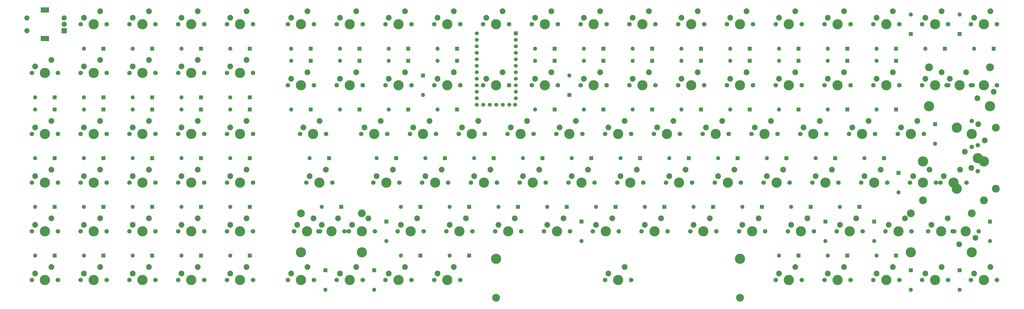
<source format=gbs>
G04 #@! TF.GenerationSoftware,KiCad,Pcbnew,(6.0.5)*
G04 #@! TF.CreationDate,2023-06-30T16:23:22+09:00*
G04 #@! TF.ProjectId,Varanidae,56617261-6e69-4646-9165-2e6b69636164,rev?*
G04 #@! TF.SameCoordinates,Original*
G04 #@! TF.FileFunction,Soldermask,Bot*
G04 #@! TF.FilePolarity,Negative*
%FSLAX46Y46*%
G04 Gerber Fmt 4.6, Leading zero omitted, Abs format (unit mm)*
G04 Created by KiCad (PCBNEW (6.0.5)) date 2023-06-30 16:23:22*
%MOMM*%
%LPD*%
G01*
G04 APERTURE LIST*
%ADD10R,1.600000X1.600000*%
%ADD11O,1.600000X1.600000*%
%ADD12R,2.000000X2.000000*%
%ADD13C,2.000000*%
%ADD14R,3.200000X2.000000*%
%ADD15C,1.750000*%
%ADD16C,3.987800*%
%ADD17C,2.250000*%
%ADD18R,1.525000X1.525000*%
%ADD19C,1.525000*%
%ADD20C,3.048000*%
G04 APERTURE END LIST*
D10*
X130466500Y-131831500D03*
D11*
X122846500Y-131831500D03*
D10*
X301916500Y-108019000D03*
D11*
X294296500Y-108019000D03*
D10*
X211429000Y-169931500D03*
D11*
X203809000Y-169931500D03*
D10*
X106654000Y-150881500D03*
D11*
X99034000Y-150881500D03*
D10*
X106654000Y-127069000D03*
D11*
X99034000Y-127069000D03*
D10*
X374306500Y-137546500D03*
D11*
X374306500Y-145166500D03*
D10*
X320966500Y-112781500D03*
D11*
X313346500Y-112781500D03*
D10*
X187616500Y-108019000D03*
D11*
X179996500Y-108019000D03*
D10*
X383831500Y-194696500D03*
D11*
X383831500Y-202316500D03*
D10*
X192379000Y-188981500D03*
D11*
X184759000Y-188981500D03*
D10*
X68554000Y-127069000D03*
D11*
X60934000Y-127069000D03*
D10*
X68554000Y-108019000D03*
D11*
X60934000Y-108019000D03*
D10*
X149516500Y-131831500D03*
D11*
X141896500Y-131831500D03*
D10*
X163804000Y-150881500D03*
D11*
X156184000Y-150881500D03*
D10*
X378116500Y-108019000D03*
D11*
X370496500Y-108019000D03*
D10*
X130466500Y-112781500D03*
D11*
X122846500Y-112781500D03*
D10*
X359066500Y-188981500D03*
D11*
X351446500Y-188981500D03*
D10*
X360019000Y-156596500D03*
D11*
X360019000Y-164216500D03*
D10*
X49504000Y-108019000D03*
D11*
X41884000Y-108019000D03*
D10*
X187616500Y-131831500D03*
D11*
X179996500Y-131831500D03*
D10*
X225716500Y-131831500D03*
D11*
X218096500Y-131831500D03*
D10*
X268579000Y-169931500D03*
D11*
X260959000Y-169931500D03*
D10*
X287629000Y-169931500D03*
D11*
X280009000Y-169931500D03*
D10*
X87604000Y-188981500D03*
D11*
X79984000Y-188981500D03*
D10*
X297154000Y-150881500D03*
D11*
X289534000Y-150881500D03*
D10*
X49504000Y-169931500D03*
D11*
X41884000Y-169931500D03*
D10*
X173329000Y-188981500D03*
D11*
X165709000Y-188981500D03*
D10*
X159994000Y-175646500D03*
D11*
X159994000Y-183266500D03*
D10*
X68554000Y-169931500D03*
D11*
X60934000Y-169931500D03*
D10*
X344779000Y-169931500D03*
D11*
X337159000Y-169931500D03*
D12*
X34144000Y-100994000D03*
D13*
X34144000Y-95994000D03*
X34144000Y-98494000D03*
D14*
X26644000Y-104094000D03*
X26644000Y-92894000D03*
D13*
X19644000Y-95994000D03*
X19644000Y-100994000D03*
D10*
X301916500Y-112781500D03*
D11*
X294296500Y-112781500D03*
D10*
X320966500Y-108019000D03*
D11*
X313346500Y-108019000D03*
D10*
X316204000Y-150881500D03*
D11*
X308584000Y-150881500D03*
D10*
X259054000Y-150881500D03*
D11*
X251434000Y-150881500D03*
D10*
X340016500Y-188981500D03*
D11*
X332396500Y-188981500D03*
D10*
X282866500Y-112781500D03*
D11*
X275246500Y-112781500D03*
D10*
X168566500Y-108019000D03*
D11*
X160946500Y-108019000D03*
D10*
X87604000Y-108019000D03*
D11*
X79984000Y-108019000D03*
D10*
X359066500Y-131831500D03*
D11*
X351446500Y-131831500D03*
D10*
X249529000Y-169931500D03*
D11*
X241909000Y-169931500D03*
D10*
X106654000Y-169931500D03*
D11*
X99034000Y-169931500D03*
D10*
X130466500Y-108019000D03*
D11*
X122846500Y-108019000D03*
D10*
X331444000Y-175646500D03*
D11*
X331444000Y-183266500D03*
D10*
X364781500Y-194696500D03*
D11*
X364781500Y-202316500D03*
D10*
X320966500Y-131831500D03*
D11*
X313346500Y-131831500D03*
D10*
X359066500Y-112781500D03*
D11*
X351446500Y-112781500D03*
D10*
X225716500Y-112781500D03*
D11*
X218096500Y-112781500D03*
D10*
X137610250Y-150881500D03*
D11*
X129990250Y-150881500D03*
D10*
X106654000Y-131831500D03*
D11*
X99034000Y-131831500D03*
D10*
X350494000Y-175646500D03*
D11*
X350494000Y-183266500D03*
D10*
X192379000Y-169931500D03*
D11*
X184759000Y-169931500D03*
D10*
X354304000Y-150881500D03*
D11*
X346684000Y-150881500D03*
D10*
X68554000Y-131831500D03*
D11*
X60934000Y-131831500D03*
D10*
X173329000Y-169931500D03*
D11*
X165709000Y-169931500D03*
D10*
X30454000Y-150881500D03*
D11*
X22834000Y-150881500D03*
D10*
X49504000Y-150881500D03*
D11*
X41884000Y-150881500D03*
D10*
X220954000Y-150881500D03*
D11*
X213334000Y-150881500D03*
D10*
X87604000Y-131831500D03*
D11*
X79984000Y-131831500D03*
D10*
X187616500Y-112781500D03*
D11*
X179996500Y-112781500D03*
D10*
X263816500Y-131831500D03*
D11*
X256196500Y-131831500D03*
D10*
X395737750Y-175646500D03*
D11*
X395737750Y-183266500D03*
D10*
X68554000Y-150881500D03*
D11*
X60934000Y-150881500D03*
D10*
X68554000Y-188981500D03*
D11*
X60934000Y-188981500D03*
D10*
X149516500Y-112781500D03*
D11*
X141896500Y-112781500D03*
D10*
X155231500Y-194696500D03*
D11*
X155231500Y-202316500D03*
D10*
X263816500Y-108019000D03*
D11*
X256196500Y-108019000D03*
D10*
X340016500Y-131831500D03*
D11*
X332396500Y-131831500D03*
D10*
X335254000Y-150881500D03*
D11*
X327634000Y-150881500D03*
D10*
X320966500Y-188981500D03*
D11*
X313346500Y-188981500D03*
D10*
X49504000Y-131831500D03*
D11*
X41884000Y-131831500D03*
D10*
X244766500Y-108019000D03*
D11*
X237146500Y-108019000D03*
D10*
X282866500Y-108019000D03*
D11*
X275246500Y-108019000D03*
D10*
X174281500Y-118496500D03*
D11*
X174281500Y-126116500D03*
D10*
X30454000Y-131831500D03*
D11*
X22834000Y-131831500D03*
D10*
X149516500Y-108019000D03*
D11*
X141896500Y-108019000D03*
D10*
X278104000Y-150881500D03*
D11*
X270484000Y-150881500D03*
D10*
X136181500Y-194696500D03*
D11*
X136181500Y-202316500D03*
D10*
X282866500Y-131831500D03*
D11*
X275246500Y-131831500D03*
D10*
X364781500Y-102304000D03*
D11*
X364781500Y-94684000D03*
D10*
X87604000Y-127069000D03*
D11*
X79984000Y-127069000D03*
D10*
X30454000Y-169931500D03*
D11*
X22834000Y-169931500D03*
D10*
X49504000Y-127069000D03*
D11*
X41884000Y-127069000D03*
D10*
X230479000Y-169931500D03*
D11*
X222859000Y-169931500D03*
D10*
X106654000Y-188981500D03*
D11*
X99034000Y-188981500D03*
D10*
X397166500Y-108019000D03*
D11*
X389546500Y-108019000D03*
D10*
X201904000Y-150881500D03*
D11*
X194284000Y-150881500D03*
D10*
X263816500Y-112781500D03*
D11*
X256196500Y-112781500D03*
D10*
X168566500Y-112781500D03*
D11*
X160946500Y-112781500D03*
D10*
X383831500Y-102304000D03*
D11*
X383831500Y-94684000D03*
D10*
X240004000Y-150881500D03*
D11*
X232384000Y-150881500D03*
D10*
X168566500Y-131831500D03*
D11*
X160946500Y-131831500D03*
D10*
X244766500Y-112781500D03*
D11*
X237146500Y-112781500D03*
D10*
X359066500Y-108019000D03*
D11*
X351446500Y-108019000D03*
D10*
X231431500Y-126116500D03*
D11*
X231431500Y-118496500D03*
D10*
X30454000Y-188981500D03*
D11*
X22834000Y-188981500D03*
D10*
X340016500Y-108019000D03*
D11*
X332396500Y-108019000D03*
D10*
X340016500Y-112781500D03*
D11*
X332396500Y-112781500D03*
D10*
X142372750Y-169931500D03*
D11*
X134752750Y-169931500D03*
D10*
X225716500Y-108019000D03*
D11*
X218096500Y-108019000D03*
D10*
X87604000Y-150881500D03*
D11*
X79984000Y-150881500D03*
D10*
X49504000Y-188981500D03*
D11*
X41884000Y-188981500D03*
D10*
X325729000Y-169931500D03*
D11*
X318109000Y-169931500D03*
D10*
X306679000Y-169931500D03*
D11*
X299059000Y-169931500D03*
D10*
X182854000Y-150881500D03*
D11*
X175234000Y-150881500D03*
D10*
X106654000Y-108019000D03*
D11*
X99034000Y-108019000D03*
D10*
X30454000Y-127069000D03*
D11*
X22834000Y-127069000D03*
D10*
X301916500Y-131831500D03*
D11*
X294296500Y-131831500D03*
D10*
X236194000Y-175646500D03*
D11*
X236194000Y-183266500D03*
D10*
X87604000Y-169931500D03*
D11*
X79984000Y-169931500D03*
D10*
X244766500Y-131831500D03*
D11*
X237146500Y-131831500D03*
D15*
X50774000Y-160406500D03*
D16*
X45694000Y-160406500D03*
D15*
X40614000Y-160406500D03*
D17*
X48234000Y-155326500D03*
X41884000Y-157866500D03*
D16*
X64744000Y-141356500D03*
D15*
X59664000Y-141356500D03*
X69824000Y-141356500D03*
D17*
X67284000Y-136276500D03*
X60934000Y-138816500D03*
D15*
X322236500Y-122306500D03*
D16*
X317156500Y-122306500D03*
D15*
X312076500Y-122306500D03*
D17*
X319696500Y-117226500D03*
X313346500Y-119766500D03*
D15*
X226351500Y-141356500D03*
X236511500Y-141356500D03*
D16*
X231431500Y-141356500D03*
D17*
X233971500Y-136276500D03*
X227621500Y-138816500D03*
D16*
X64744000Y-160406500D03*
D15*
X59664000Y-160406500D03*
X69824000Y-160406500D03*
D17*
X67284000Y-155326500D03*
X60934000Y-157866500D03*
D15*
X231749000Y-179456500D03*
X221589000Y-179456500D03*
D16*
X226669000Y-179456500D03*
D17*
X229209000Y-174376500D03*
X222859000Y-176916500D03*
D15*
X365099000Y-179456500D03*
X354939000Y-179456500D03*
D16*
X360019000Y-179456500D03*
D17*
X362559000Y-174376500D03*
X356209000Y-176916500D03*
D15*
X88874000Y-98494000D03*
D16*
X83794000Y-98494000D03*
D15*
X78714000Y-98494000D03*
D17*
X86334000Y-93414000D03*
X79984000Y-95954000D03*
D16*
X83794000Y-198506500D03*
D15*
X78714000Y-198506500D03*
X88874000Y-198506500D03*
D17*
X86334000Y-193426500D03*
X79984000Y-195966500D03*
D15*
X350811500Y-141356500D03*
X340651500Y-141356500D03*
D16*
X345731500Y-141356500D03*
D17*
X348271500Y-136276500D03*
X341921500Y-138816500D03*
D15*
X381132750Y-179456500D03*
X391292750Y-179456500D03*
D16*
X386212750Y-179456500D03*
D17*
X383672750Y-184536500D03*
X390022750Y-181996500D03*
D16*
X364781500Y-141356500D03*
D15*
X369861500Y-141356500D03*
X359701500Y-141356500D03*
D17*
X367321500Y-136276500D03*
X360971500Y-138816500D03*
D15*
X203174000Y-160406500D03*
D16*
X198094000Y-160406500D03*
D15*
X193014000Y-160406500D03*
D17*
X200634000Y-155326500D03*
X194284000Y-157866500D03*
D16*
X317156500Y-198506500D03*
D15*
X312076500Y-198506500D03*
X322236500Y-198506500D03*
D17*
X319696500Y-193426500D03*
X313346500Y-195966500D03*
D15*
X226986500Y-122306500D03*
X216826500Y-122306500D03*
D16*
X221906500Y-122306500D03*
D17*
X224446500Y-117226500D03*
X218096500Y-119766500D03*
D15*
X293026500Y-98494000D03*
X303186500Y-98494000D03*
D16*
X298106500Y-98494000D03*
D17*
X300646500Y-93414000D03*
X294296500Y-95954000D03*
D15*
X188886500Y-198506500D03*
X178726500Y-198506500D03*
D16*
X183806500Y-198506500D03*
D17*
X186346500Y-193426500D03*
X179996500Y-195966500D03*
D15*
X369226500Y-122306500D03*
X379386500Y-122306500D03*
D16*
X374306500Y-122306500D03*
D17*
X376846500Y-117226500D03*
X370496500Y-119766500D03*
D15*
X207301500Y-141356500D03*
X217461500Y-141356500D03*
D16*
X212381500Y-141356500D03*
D17*
X214921500Y-136276500D03*
X208571500Y-138816500D03*
D15*
X269214000Y-160406500D03*
X279374000Y-160406500D03*
D16*
X274294000Y-160406500D03*
D17*
X276834000Y-155326500D03*
X270484000Y-157866500D03*
D15*
X374624000Y-160406500D03*
D16*
X369544000Y-160406500D03*
D15*
X364464000Y-160406500D03*
D17*
X372084000Y-155326500D03*
X365734000Y-157866500D03*
D16*
X336206500Y-198506500D03*
D15*
X341286500Y-198506500D03*
X331126500Y-198506500D03*
D17*
X338746500Y-193426500D03*
X332396500Y-195966500D03*
D15*
X388276500Y-122306500D03*
X398436500Y-122306500D03*
D16*
X393356500Y-122306500D03*
D17*
X390816500Y-127386500D03*
X397166500Y-124846500D03*
D15*
X388276500Y-98494000D03*
D16*
X393356500Y-98494000D03*
D15*
X398436500Y-98494000D03*
D17*
X395896500Y-93414000D03*
X389546500Y-95954000D03*
D15*
X97764000Y-98494000D03*
D16*
X102844000Y-98494000D03*
D15*
X107924000Y-98494000D03*
D17*
X105384000Y-93414000D03*
X99034000Y-95954000D03*
D16*
X260006500Y-122306500D03*
D15*
X254926500Y-122306500D03*
X265086500Y-122306500D03*
D17*
X262546500Y-117226500D03*
X256196500Y-119766500D03*
D16*
X26644000Y-160406500D03*
D15*
X31724000Y-160406500D03*
X21564000Y-160406500D03*
D17*
X29184000Y-155326500D03*
X22834000Y-157866500D03*
D16*
X183806500Y-98494000D03*
D15*
X188886500Y-98494000D03*
X178726500Y-98494000D03*
D17*
X186346500Y-93414000D03*
X179996500Y-95954000D03*
D15*
X212064000Y-160406500D03*
X222224000Y-160406500D03*
D16*
X217144000Y-160406500D03*
D17*
X219684000Y-155326500D03*
X213334000Y-157866500D03*
D15*
X140626500Y-98494000D03*
D16*
X145706500Y-98494000D03*
D15*
X150786500Y-98494000D03*
D17*
X148246500Y-93414000D03*
X141896500Y-95954000D03*
D15*
X59664000Y-198506500D03*
D16*
X64744000Y-198506500D03*
D15*
X69824000Y-198506500D03*
D17*
X67284000Y-193426500D03*
X60934000Y-195966500D03*
D15*
X288899000Y-179456500D03*
X278739000Y-179456500D03*
D16*
X283819000Y-179456500D03*
D17*
X286359000Y-174376500D03*
X280009000Y-176916500D03*
D15*
X107924000Y-117544000D03*
D16*
X102844000Y-117544000D03*
D15*
X97764000Y-117544000D03*
D17*
X105384000Y-112464000D03*
X99034000Y-115004000D03*
D15*
X188251500Y-141356500D03*
D16*
X193331500Y-141356500D03*
D15*
X198411500Y-141356500D03*
D17*
X195871500Y-136276500D03*
X189521500Y-138816500D03*
D16*
X374306500Y-98494000D03*
D15*
X369226500Y-98494000D03*
X379386500Y-98494000D03*
D17*
X376846500Y-93414000D03*
X370496500Y-95954000D03*
D16*
X64744000Y-179456500D03*
D15*
X69824000Y-179456500D03*
X59664000Y-179456500D03*
D17*
X67284000Y-174376500D03*
X60934000Y-176916500D03*
D18*
X210502500Y-101988875D03*
D19*
X210502500Y-104528875D03*
X210502500Y-107068875D03*
X210502500Y-109608875D03*
X210502500Y-112148875D03*
X210502500Y-114688875D03*
X210502500Y-117228875D03*
X210502500Y-119768875D03*
X210502500Y-122308875D03*
X210502500Y-124848875D03*
X210502500Y-127388875D03*
X210273900Y-129928875D03*
X195262500Y-129928875D03*
X195262500Y-127388875D03*
X195262500Y-124848875D03*
X195262500Y-122308875D03*
X195262500Y-119768875D03*
X195262500Y-117228875D03*
X195262500Y-114688875D03*
X195262500Y-112148875D03*
X195262500Y-109608875D03*
X195262500Y-107068875D03*
X195262500Y-104528875D03*
X195262500Y-101988875D03*
X207962500Y-129928875D03*
X205422500Y-129928875D03*
X202882500Y-129928875D03*
X200342500Y-129928875D03*
X197802500Y-129928875D03*
D16*
X202856500Y-190251500D03*
D20*
X202856500Y-205491500D03*
D15*
X245401500Y-198506500D03*
X255561500Y-198506500D03*
D16*
X298106500Y-190251500D03*
X250481500Y-198506500D03*
D20*
X298106500Y-205491500D03*
D17*
X253021500Y-193426500D03*
X246671500Y-195966500D03*
D16*
X393356500Y-198506500D03*
D15*
X388276500Y-198506500D03*
X398436500Y-198506500D03*
D17*
X395896500Y-193426500D03*
X389546500Y-195966500D03*
D16*
X279056500Y-98494000D03*
D15*
X284136500Y-98494000D03*
X273976500Y-98494000D03*
D17*
X281596500Y-93414000D03*
X275246500Y-95954000D03*
D16*
X255244000Y-160406500D03*
D15*
X250164000Y-160406500D03*
X260324000Y-160406500D03*
D17*
X257784000Y-155326500D03*
X251434000Y-157866500D03*
D15*
X293026500Y-122306500D03*
D16*
X298106500Y-122306500D03*
D15*
X303186500Y-122306500D03*
D17*
X300646500Y-117226500D03*
X294296500Y-119766500D03*
D15*
X169836500Y-198506500D03*
X159676500Y-198506500D03*
D16*
X164756500Y-198506500D03*
D17*
X167296500Y-193426500D03*
X160946500Y-195966500D03*
D16*
X331444000Y-160406500D03*
D15*
X326364000Y-160406500D03*
X336524000Y-160406500D03*
D17*
X333984000Y-155326500D03*
X327634000Y-157866500D03*
D15*
X255561500Y-141356500D03*
D16*
X250481500Y-141356500D03*
D15*
X245401500Y-141356500D03*
D17*
X253021500Y-136276500D03*
X246671500Y-138816500D03*
D15*
X150151500Y-141356500D03*
D16*
X155231500Y-141356500D03*
D15*
X160311500Y-141356500D03*
D17*
X157771500Y-136276500D03*
X151421500Y-138816500D03*
D16*
X336206500Y-98494000D03*
D15*
X341286500Y-98494000D03*
X331126500Y-98494000D03*
D17*
X338746500Y-93414000D03*
X332396500Y-95954000D03*
D20*
X364781500Y-172471500D03*
D15*
X371607750Y-179456500D03*
D16*
X376687750Y-179456500D03*
D20*
X388594000Y-172471500D03*
D15*
X381767750Y-179456500D03*
D16*
X364781500Y-187711500D03*
X388594000Y-187711500D03*
D17*
X379227750Y-174376500D03*
X372877750Y-176916500D03*
D15*
X107924000Y-179456500D03*
X97764000Y-179456500D03*
D16*
X102844000Y-179456500D03*
D17*
X105384000Y-174376500D03*
X99034000Y-176916500D03*
D15*
X40614000Y-179456500D03*
X50774000Y-179456500D03*
D16*
X45694000Y-179456500D03*
D17*
X48234000Y-174376500D03*
X41884000Y-176916500D03*
D16*
X133800250Y-160406500D03*
D15*
X138880250Y-160406500D03*
X128720250Y-160406500D03*
D17*
X136340250Y-155326500D03*
X129990250Y-157866500D03*
D15*
X121576500Y-122306500D03*
X131736500Y-122306500D03*
D16*
X126656500Y-122306500D03*
D17*
X129196500Y-117226500D03*
X122846500Y-119766500D03*
D16*
X102844000Y-198506500D03*
D15*
X107924000Y-198506500D03*
X97764000Y-198506500D03*
D17*
X105384000Y-193426500D03*
X99034000Y-195966500D03*
D15*
X188886500Y-122306500D03*
X178726500Y-122306500D03*
D16*
X183806500Y-122306500D03*
D17*
X186346500Y-117226500D03*
X179996500Y-119766500D03*
D16*
X26644000Y-141356500D03*
D15*
X31724000Y-141356500D03*
X21564000Y-141356500D03*
D17*
X29184000Y-136276500D03*
X22834000Y-138816500D03*
D15*
X50774000Y-198506500D03*
D16*
X45694000Y-198506500D03*
D15*
X40614000Y-198506500D03*
D17*
X48234000Y-193426500D03*
X41884000Y-195966500D03*
D16*
X240956500Y-98494000D03*
D15*
X235876500Y-98494000D03*
X246036500Y-98494000D03*
D17*
X243496500Y-93414000D03*
X237146500Y-95954000D03*
D15*
X123957750Y-179456500D03*
X134117750Y-179456500D03*
D16*
X129037750Y-179456500D03*
D17*
X131577750Y-174376500D03*
X125227750Y-176916500D03*
D15*
X150786500Y-198506500D03*
D16*
X145706500Y-198506500D03*
D15*
X140626500Y-198506500D03*
D17*
X148246500Y-193426500D03*
X141896500Y-195966500D03*
D15*
X335889000Y-179456500D03*
D16*
X340969000Y-179456500D03*
D15*
X346049000Y-179456500D03*
D17*
X343509000Y-174376500D03*
X337159000Y-176916500D03*
D15*
X21564000Y-117544000D03*
X31724000Y-117544000D03*
D16*
X26644000Y-117544000D03*
D17*
X29184000Y-112464000D03*
X22834000Y-115004000D03*
D16*
X350494000Y-160406500D03*
D15*
X355574000Y-160406500D03*
X345414000Y-160406500D03*
D17*
X353034000Y-155326500D03*
X346684000Y-157866500D03*
D16*
X279056500Y-122306500D03*
D15*
X273976500Y-122306500D03*
X284136500Y-122306500D03*
D17*
X281596500Y-117226500D03*
X275246500Y-119766500D03*
D15*
X150786500Y-122306500D03*
D16*
X145706500Y-122306500D03*
D15*
X140626500Y-122306500D03*
D17*
X148246500Y-117226500D03*
X141896500Y-119766500D03*
D15*
X288264000Y-160406500D03*
D16*
X293344000Y-160406500D03*
D15*
X298424000Y-160406500D03*
D17*
X295884000Y-155326500D03*
X289534000Y-157866500D03*
D15*
X307949000Y-179456500D03*
X297789000Y-179456500D03*
D16*
X302869000Y-179456500D03*
D17*
X305409000Y-174376500D03*
X299059000Y-176916500D03*
D16*
X321919000Y-179456500D03*
D15*
X326999000Y-179456500D03*
X316839000Y-179456500D03*
D17*
X324459000Y-174376500D03*
X318109000Y-176916500D03*
D16*
X395737750Y-130561500D03*
D20*
X395737750Y-115321500D03*
D15*
X388911500Y-122306500D03*
D16*
X371925250Y-130561500D03*
D20*
X371925250Y-115321500D03*
D15*
X378751500Y-122306500D03*
D16*
X383831500Y-122306500D03*
D17*
X386371500Y-117226500D03*
X380021500Y-119766500D03*
D15*
X69824000Y-98494000D03*
X59664000Y-98494000D03*
D16*
X64744000Y-98494000D03*
D17*
X67284000Y-93414000D03*
X60934000Y-95954000D03*
D15*
X202539000Y-179456500D03*
D16*
X207619000Y-179456500D03*
D15*
X212699000Y-179456500D03*
D17*
X210159000Y-174376500D03*
X203809000Y-176916500D03*
D15*
X169201500Y-141356500D03*
D16*
X174281500Y-141356500D03*
D15*
X179361500Y-141356500D03*
D17*
X176821500Y-136276500D03*
X170471500Y-138816500D03*
D16*
X221906500Y-98494000D03*
D15*
X216826500Y-98494000D03*
X226986500Y-98494000D03*
D17*
X224446500Y-93414000D03*
X218096500Y-95954000D03*
D15*
X121576500Y-98494000D03*
D16*
X126656500Y-98494000D03*
D15*
X131736500Y-98494000D03*
D17*
X129196500Y-93414000D03*
X122846500Y-95954000D03*
D16*
X150469000Y-179456500D03*
D15*
X155549000Y-179456500D03*
X145389000Y-179456500D03*
D17*
X153009000Y-174376500D03*
X146659000Y-176916500D03*
D15*
X50774000Y-141356500D03*
D16*
X45694000Y-141356500D03*
D15*
X40614000Y-141356500D03*
D17*
X48234000Y-136276500D03*
X41884000Y-138816500D03*
D15*
X97764000Y-160406500D03*
X107924000Y-160406500D03*
D16*
X102844000Y-160406500D03*
D17*
X105384000Y-155326500D03*
X99034000Y-157866500D03*
D15*
X322236500Y-98494000D03*
D16*
X317156500Y-98494000D03*
D15*
X312076500Y-98494000D03*
D17*
X319696500Y-93414000D03*
X313346500Y-95954000D03*
D16*
X381450250Y-160406500D03*
X369544000Y-152151500D03*
X393356500Y-152151500D03*
D20*
X369544000Y-167391500D03*
X393356500Y-167391500D03*
D15*
X386530250Y-160406500D03*
X376370250Y-160406500D03*
D17*
X383990250Y-155326500D03*
X377640250Y-157866500D03*
D15*
X379386500Y-198506500D03*
X369226500Y-198506500D03*
D16*
X374306500Y-198506500D03*
D17*
X376846500Y-193426500D03*
X370496500Y-195966500D03*
D16*
X382720250Y-162819500D03*
X390975250Y-150881500D03*
X382720250Y-138943500D03*
D15*
X390975250Y-145801500D03*
X390975250Y-155961500D03*
D20*
X397960250Y-138943500D03*
X397960250Y-162819500D03*
D17*
X385895250Y-148341500D03*
X388435250Y-154691500D03*
D15*
X59664000Y-117544000D03*
D16*
X64744000Y-117544000D03*
D15*
X69824000Y-117544000D03*
D17*
X67284000Y-112464000D03*
X60934000Y-115004000D03*
D16*
X26644000Y-179456500D03*
D15*
X31724000Y-179456500D03*
X21564000Y-179456500D03*
D17*
X29184000Y-174376500D03*
X22834000Y-176916500D03*
D15*
X265086500Y-98494000D03*
X254926500Y-98494000D03*
D16*
X260006500Y-98494000D03*
D17*
X262546500Y-93414000D03*
X256196500Y-95954000D03*
D15*
X126339000Y-141356500D03*
X136499000Y-141356500D03*
D16*
X131419000Y-141356500D03*
D17*
X133959000Y-136276500D03*
X127609000Y-138816500D03*
D16*
X164756500Y-98494000D03*
D15*
X159676500Y-98494000D03*
X169836500Y-98494000D03*
D17*
X167296500Y-93414000D03*
X160946500Y-95954000D03*
D15*
X40614000Y-98494000D03*
D16*
X45694000Y-98494000D03*
D15*
X50774000Y-98494000D03*
D17*
X48234000Y-93414000D03*
X41884000Y-95954000D03*
D15*
X88874000Y-179456500D03*
D16*
X83794000Y-179456500D03*
D15*
X78714000Y-179456500D03*
D17*
X86334000Y-174376500D03*
X79984000Y-176916500D03*
D15*
X97764000Y-141356500D03*
D16*
X102844000Y-141356500D03*
D15*
X107924000Y-141356500D03*
D17*
X105384000Y-136276500D03*
X99034000Y-138816500D03*
D16*
X245719000Y-179456500D03*
D15*
X250799000Y-179456500D03*
X240639000Y-179456500D03*
D17*
X248259000Y-174376500D03*
X241909000Y-176916500D03*
D15*
X360336500Y-98494000D03*
D16*
X355256500Y-98494000D03*
D15*
X350176500Y-98494000D03*
D17*
X357796500Y-93414000D03*
X351446500Y-95954000D03*
D15*
X360336500Y-198506500D03*
X350176500Y-198506500D03*
D16*
X355256500Y-198506500D03*
D17*
X357796500Y-193426500D03*
X351446500Y-195966500D03*
D16*
X269531500Y-141356500D03*
D15*
X274611500Y-141356500D03*
X264451500Y-141356500D03*
D17*
X272071500Y-136276500D03*
X265721500Y-138816500D03*
D15*
X78714000Y-117544000D03*
X88874000Y-117544000D03*
D16*
X83794000Y-117544000D03*
D17*
X86334000Y-112464000D03*
X79984000Y-115004000D03*
D20*
X150469000Y-172471500D03*
X126656500Y-172471500D03*
D15*
X143642750Y-179456500D03*
D16*
X150469000Y-187711500D03*
X138562750Y-179456500D03*
D15*
X133482750Y-179456500D03*
D16*
X126656500Y-187711500D03*
D17*
X141102750Y-174376500D03*
X134752750Y-176916500D03*
D15*
X165074000Y-160406500D03*
D16*
X159994000Y-160406500D03*
D15*
X154914000Y-160406500D03*
D17*
X162534000Y-155326500D03*
X156184000Y-157866500D03*
D15*
X283501500Y-141356500D03*
D16*
X288581500Y-141356500D03*
D15*
X293661500Y-141356500D03*
D17*
X291121500Y-136276500D03*
X284771500Y-138816500D03*
D16*
X388594000Y-141356500D03*
D15*
X388594000Y-146436500D03*
X388594000Y-136276500D03*
D17*
X393674000Y-143896500D03*
X391134000Y-137546500D03*
D16*
X307631500Y-141356500D03*
D15*
X302551500Y-141356500D03*
X312711500Y-141356500D03*
D17*
X310171500Y-136276500D03*
X303821500Y-138816500D03*
D15*
X231114000Y-160406500D03*
X241274000Y-160406500D03*
D16*
X236194000Y-160406500D03*
D17*
X238734000Y-155326500D03*
X232384000Y-157866500D03*
D15*
X159676500Y-122306500D03*
D16*
X164756500Y-122306500D03*
D15*
X169836500Y-122306500D03*
D17*
X167296500Y-117226500D03*
X160946500Y-119766500D03*
D15*
X88874000Y-160406500D03*
D16*
X83794000Y-160406500D03*
D15*
X78714000Y-160406500D03*
D17*
X86334000Y-155326500D03*
X79984000Y-157866500D03*
D15*
X360336500Y-122306500D03*
D16*
X355256500Y-122306500D03*
D15*
X350176500Y-122306500D03*
D17*
X357796500Y-117226500D03*
X351446500Y-119766500D03*
D15*
X246036500Y-122306500D03*
D16*
X240956500Y-122306500D03*
D15*
X235876500Y-122306500D03*
D17*
X243496500Y-117226500D03*
X237146500Y-119766500D03*
D16*
X45694000Y-117544000D03*
D15*
X40614000Y-117544000D03*
X50774000Y-117544000D03*
D17*
X48234000Y-112464000D03*
X41884000Y-115004000D03*
D15*
X131736500Y-198506500D03*
X121576500Y-198506500D03*
D16*
X126656500Y-198506500D03*
D17*
X129196500Y-193426500D03*
X122846500Y-195966500D03*
D15*
X193649000Y-179456500D03*
D16*
X188569000Y-179456500D03*
D15*
X183489000Y-179456500D03*
D17*
X191109000Y-174376500D03*
X184759000Y-176916500D03*
D15*
X331126500Y-122306500D03*
D16*
X336206500Y-122306500D03*
D15*
X341286500Y-122306500D03*
D17*
X338746500Y-117226500D03*
X332396500Y-119766500D03*
D16*
X264769000Y-179456500D03*
D15*
X269849000Y-179456500D03*
X259689000Y-179456500D03*
D17*
X267309000Y-174376500D03*
X260959000Y-176916500D03*
D15*
X207936500Y-122306500D03*
D16*
X202856500Y-122306500D03*
D15*
X197776500Y-122306500D03*
D17*
X205396500Y-117226500D03*
X199046500Y-119766500D03*
D15*
X197776500Y-98494000D03*
D16*
X202856500Y-98494000D03*
D15*
X207936500Y-98494000D03*
D17*
X205396500Y-93414000D03*
X199046500Y-95954000D03*
D15*
X307314000Y-160406500D03*
D16*
X312394000Y-160406500D03*
D15*
X317474000Y-160406500D03*
D17*
X314934000Y-155326500D03*
X308584000Y-157866500D03*
D15*
X164439000Y-179456500D03*
D16*
X169519000Y-179456500D03*
D15*
X174599000Y-179456500D03*
D17*
X172059000Y-174376500D03*
X165709000Y-176916500D03*
D15*
X331761500Y-141356500D03*
X321601500Y-141356500D03*
D16*
X326681500Y-141356500D03*
D17*
X329221500Y-136276500D03*
X322871500Y-138816500D03*
D15*
X78714000Y-141356500D03*
X88874000Y-141356500D03*
D16*
X83794000Y-141356500D03*
D17*
X86334000Y-136276500D03*
X79984000Y-138816500D03*
D15*
X184124000Y-160406500D03*
X173964000Y-160406500D03*
D16*
X179044000Y-160406500D03*
D17*
X181584000Y-155326500D03*
X175234000Y-157866500D03*
D15*
X21564000Y-198506500D03*
X31724000Y-198506500D03*
D16*
X26644000Y-198506500D03*
D17*
X29184000Y-193426500D03*
X22834000Y-195966500D03*
M02*

</source>
